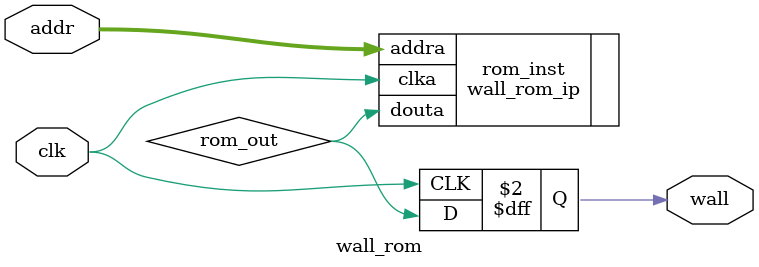
<source format=v>
module wall_rom (
    input wire clk,
    input wire [11:0] addr,     // 0~3071
    output reg wall
);
    wire [0:0] rom_out;

    // ÊµÀý»¯ Vivado Éú³ÉµÄ IP
    wall_rom_ip rom_inst (
        .clka(clk),
        .addra(addr),
        .douta(rom_out)
    );

    always @(posedge clk) begin
        wall <= rom_out[0];
    end
endmodule

</source>
